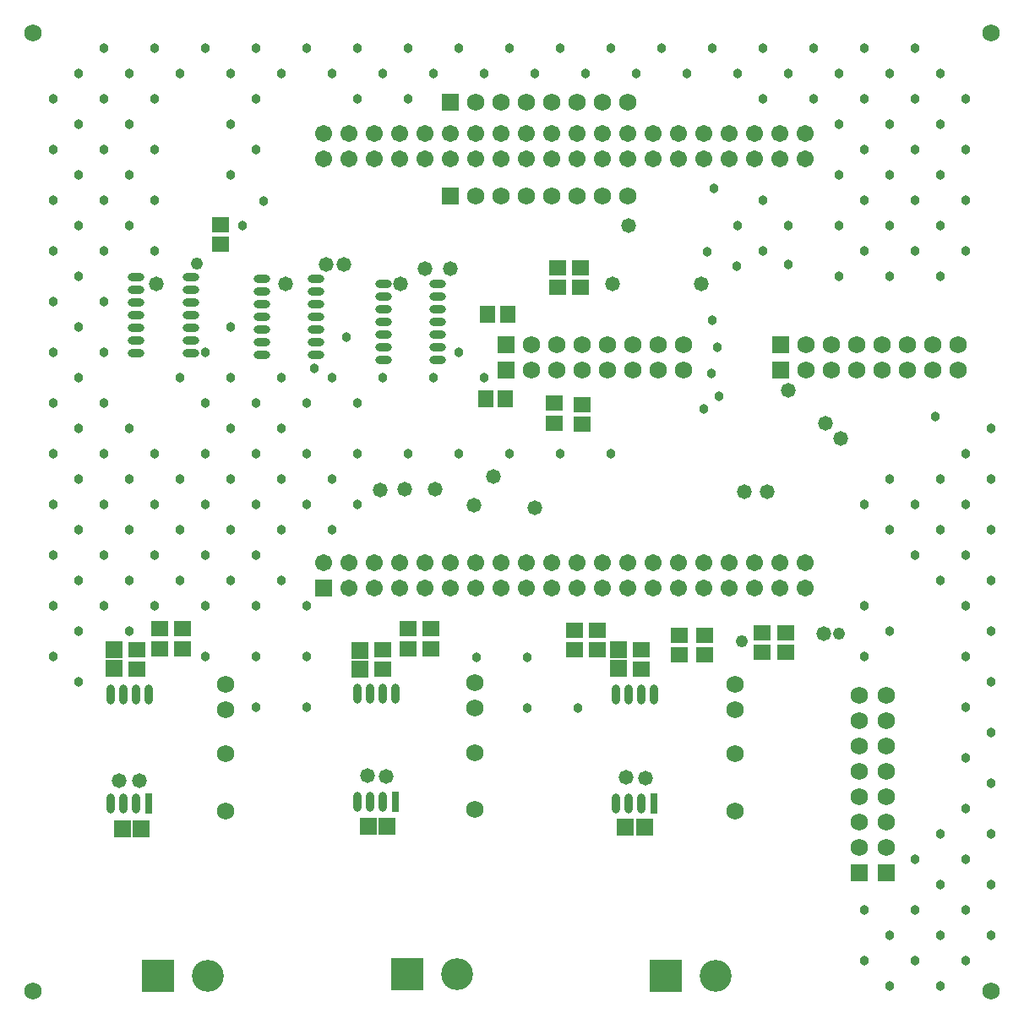
<source format=gbr>
G04 Layer_Color=16711935*
%FSLAX26Y26*%
%MOIN*%
%TF.FileFunction,Soldermask,Bot*%
%TF.Part,Single*%
G01*
G75*
%TA.AperFunction,SMDPad,CuDef*%
%ADD38R,0.067055X0.063118*%
%ADD39R,0.063118X0.067055*%
%ADD40R,0.070992X0.067055*%
%ADD41R,0.067055X0.070992*%
%TA.AperFunction,ComponentPad*%
%ADD42C,0.068000*%
%ADD43R,0.068000X0.068000*%
%ADD44R,0.068000X0.068000*%
%ADD45R,0.067055X0.067055*%
%ADD46C,0.067055*%
%ADD47C,0.126110*%
%ADD48R,0.126110X0.126110*%
%TA.AperFunction,WasherPad*%
%ADD49C,0.068000*%
%TA.AperFunction,ViaPad*%
%ADD50C,0.058000*%
%ADD51C,0.048000*%
%ADD52C,0.038000*%
%TA.AperFunction,SMDPad,CuDef*%
%ADD53R,0.031622X0.078866*%
%ADD54O,0.031622X0.078866*%
%ADD55O,0.065087X0.031622*%
D38*
X2165000Y2235630D02*
D03*
Y2314370D02*
D03*
X2160000Y2854370D02*
D03*
Y2775630D02*
D03*
X2055000Y2240630D02*
D03*
Y2319370D02*
D03*
X2070000Y2854370D02*
D03*
Y2775630D02*
D03*
X2135000Y1424370D02*
D03*
Y1345630D02*
D03*
X2225000Y1345630D02*
D03*
Y1424370D02*
D03*
X590000Y1429370D02*
D03*
Y1350630D02*
D03*
X500000Y1350630D02*
D03*
Y1429370D02*
D03*
X1570000Y1429370D02*
D03*
Y1350630D02*
D03*
X1480000Y1350630D02*
D03*
Y1429370D02*
D03*
X1380000Y1347958D02*
D03*
Y1269218D02*
D03*
X410000Y1347958D02*
D03*
Y1269218D02*
D03*
X2400000Y1347958D02*
D03*
Y1269218D02*
D03*
X2650000Y1325630D02*
D03*
Y1404370D02*
D03*
X2550000Y1404370D02*
D03*
Y1325630D02*
D03*
X2970000Y1335630D02*
D03*
Y1414370D02*
D03*
X2875000Y1414370D02*
D03*
Y1335630D02*
D03*
X740000Y3024370D02*
D03*
Y2945630D02*
D03*
D39*
X1785630Y2335000D02*
D03*
X1864370D02*
D03*
X1794563Y2670000D02*
D03*
X1873303D02*
D03*
D40*
X1290000Y1344577D02*
D03*
Y1269774D02*
D03*
X320000Y1347402D02*
D03*
Y1272599D02*
D03*
X2310000Y1347402D02*
D03*
Y1272599D02*
D03*
D41*
X1396772Y650000D02*
D03*
X1321968D02*
D03*
X427402Y640000D02*
D03*
X352599D02*
D03*
X2412402Y645000D02*
D03*
X2337599D02*
D03*
D42*
X3260000Y665000D02*
D03*
Y565000D02*
D03*
Y1165000D02*
D03*
Y1065000D02*
D03*
Y965000D02*
D03*
Y865000D02*
D03*
Y765000D02*
D03*
X3365000Y665000D02*
D03*
Y565000D02*
D03*
Y1165000D02*
D03*
Y1065000D02*
D03*
Y965000D02*
D03*
Y865000D02*
D03*
Y765000D02*
D03*
X3250001Y2550000D02*
D03*
X3350001D02*
D03*
X3450001D02*
D03*
X3550001D02*
D03*
X3650001D02*
D03*
X3050001D02*
D03*
X3150001D02*
D03*
X3250001Y2450000D02*
D03*
X3350001D02*
D03*
X3450001D02*
D03*
X3550001D02*
D03*
X3650001D02*
D03*
X3050001D02*
D03*
X3150001D02*
D03*
X2165001Y2550000D02*
D03*
X2265001D02*
D03*
X2365001D02*
D03*
X2465001D02*
D03*
X2565001D02*
D03*
X1965001D02*
D03*
X2065001D02*
D03*
X2165001Y2450000D02*
D03*
X2265001D02*
D03*
X2365001D02*
D03*
X2465001D02*
D03*
X2565001D02*
D03*
X1965001D02*
D03*
X2065001D02*
D03*
X1744370Y715591D02*
D03*
Y940000D02*
D03*
Y1115591D02*
D03*
Y1215591D02*
D03*
X760000Y710591D02*
D03*
Y935000D02*
D03*
Y1110591D02*
D03*
Y1210591D02*
D03*
X2770000Y710591D02*
D03*
Y935000D02*
D03*
Y1110591D02*
D03*
Y1210591D02*
D03*
X1845000Y3135000D02*
D03*
X1745000D02*
D03*
X2345000D02*
D03*
X2245000D02*
D03*
X2145000D02*
D03*
X2045000D02*
D03*
X1945000D02*
D03*
X1845000Y3505000D02*
D03*
X1745000D02*
D03*
X2345000D02*
D03*
X2245000D02*
D03*
X2145000D02*
D03*
X2045000D02*
D03*
X1945000D02*
D03*
D43*
X3260000Y465000D02*
D03*
X3365000D02*
D03*
D44*
X2950001Y2550000D02*
D03*
Y2450000D02*
D03*
X1865001Y2550000D02*
D03*
Y2450000D02*
D03*
X1645000Y3135000D02*
D03*
Y3505000D02*
D03*
D45*
X1145000Y1590000D02*
D03*
D46*
X1245000D02*
D03*
X1345000D02*
D03*
X1445000D02*
D03*
X1545000D02*
D03*
X1645000D02*
D03*
X1745000D02*
D03*
X1845000D02*
D03*
X1945000D02*
D03*
X2045000D02*
D03*
X2145000D02*
D03*
X2245000D02*
D03*
X2345000D02*
D03*
X2445000D02*
D03*
X2545000D02*
D03*
X2645000D02*
D03*
X2745000D02*
D03*
X2845000D02*
D03*
X2945000D02*
D03*
X3045000D02*
D03*
X1145000Y1690000D02*
D03*
X1245000D02*
D03*
X1345000D02*
D03*
X1445000D02*
D03*
X1545000D02*
D03*
X1645000D02*
D03*
X1745000D02*
D03*
X1845000D02*
D03*
X1945000D02*
D03*
X2045000D02*
D03*
X2145000D02*
D03*
X2245000D02*
D03*
X2345000D02*
D03*
X2445000D02*
D03*
X2545000D02*
D03*
X2645000D02*
D03*
X2745000D02*
D03*
X2845000D02*
D03*
X2945000D02*
D03*
X3045000D02*
D03*
X1145000Y3282913D02*
D03*
X3045000Y3382913D02*
D03*
X2945000D02*
D03*
X2845000D02*
D03*
X2745000D02*
D03*
X2645000D02*
D03*
X2545000D02*
D03*
X2445000D02*
D03*
X2345000D02*
D03*
X2245000D02*
D03*
X2145000D02*
D03*
X2045000D02*
D03*
X1945000D02*
D03*
X1845000D02*
D03*
X1745000D02*
D03*
X1645000D02*
D03*
X1545000D02*
D03*
X1445000D02*
D03*
X1345000D02*
D03*
X1245000D02*
D03*
X1145000D02*
D03*
X3045000Y3282913D02*
D03*
X2945000D02*
D03*
X2845000D02*
D03*
X2745000D02*
D03*
X2645000D02*
D03*
X2545000D02*
D03*
X2445000D02*
D03*
X2345000D02*
D03*
X2245000D02*
D03*
X2145000D02*
D03*
X2045000D02*
D03*
X1945000D02*
D03*
X1845000D02*
D03*
X1745000D02*
D03*
X1645000D02*
D03*
X1545000D02*
D03*
X1445000D02*
D03*
X1345000D02*
D03*
X1245000D02*
D03*
D47*
X2693425Y60000D02*
D03*
X1672795Y65000D02*
D03*
X688425Y60000D02*
D03*
D48*
X2496575D02*
D03*
X1475945Y65000D02*
D03*
X491575Y60000D02*
D03*
D49*
X3779527Y3779528D02*
D03*
Y-0D02*
D03*
X1Y3779528D02*
D03*
Y-0D02*
D03*
D50*
X2635000Y2790000D02*
D03*
X2285000D02*
D03*
X485000D02*
D03*
X1450000D02*
D03*
X995000D02*
D03*
X1645000Y2850000D02*
D03*
X1155000Y2865000D02*
D03*
X2895000Y1970000D02*
D03*
X2805000D02*
D03*
X1740000Y1915000D02*
D03*
X1465000Y1980000D02*
D03*
X1370000Y1975000D02*
D03*
X1585000Y1980000D02*
D03*
X340000Y830000D02*
D03*
X420000D02*
D03*
X1320437Y848933D02*
D03*
X1394370Y845000D02*
D03*
X2415000Y840000D02*
D03*
X2341067Y843933D02*
D03*
X3120000Y1410000D02*
D03*
X3185000Y2180000D02*
D03*
X3125000Y2240000D02*
D03*
X2980000Y2370000D02*
D03*
X1545000Y2850000D02*
D03*
X1225000Y2865000D02*
D03*
X2350000Y3020000D02*
D03*
X1815000Y2030000D02*
D03*
X1980000Y1905000D02*
D03*
D51*
X645000Y2870000D02*
D03*
X2795000Y1380000D02*
D03*
X3180000Y1410000D02*
D03*
D52*
X1110000Y2455000D02*
D03*
X480000Y3720000D02*
D03*
X380000Y3620000D02*
D03*
X280000Y3720000D02*
D03*
X180000Y3620000D02*
D03*
X580000D02*
D03*
X680000Y3720000D02*
D03*
X780000Y3620000D02*
D03*
X880000Y3720000D02*
D03*
X980000Y3620000D02*
D03*
X1080000Y3720000D02*
D03*
X1180000Y3620000D02*
D03*
X1280000Y3720000D02*
D03*
X1380000Y3620000D02*
D03*
X1480000Y3720000D02*
D03*
X1580000Y3620000D02*
D03*
X1680000Y3720000D02*
D03*
X1780000Y3620000D02*
D03*
X1880000Y3720000D02*
D03*
X1980000Y3620000D02*
D03*
X2080000Y3720000D02*
D03*
X2180000Y3620000D02*
D03*
X2280000Y3720000D02*
D03*
X2380000Y3620000D02*
D03*
X2480000Y3720000D02*
D03*
X2580000Y3620000D02*
D03*
X2680000Y3720000D02*
D03*
X2780000Y3620000D02*
D03*
X2880000Y3720000D02*
D03*
X2980000Y3620000D02*
D03*
X3080000Y3720000D02*
D03*
X3180000Y3620000D02*
D03*
X3280000Y3720000D02*
D03*
X3380000Y3620000D02*
D03*
X3480000Y3720000D02*
D03*
X480000Y3520000D02*
D03*
X80000D02*
D03*
X280000D02*
D03*
X380000Y3420000D02*
D03*
X180000D02*
D03*
Y3220000D02*
D03*
X380000D02*
D03*
X280000Y3320000D02*
D03*
X80000D02*
D03*
X480000D02*
D03*
X180000Y3020000D02*
D03*
X380000D02*
D03*
X280000Y3120000D02*
D03*
X80000D02*
D03*
X480000D02*
D03*
X180000Y2820000D02*
D03*
X280000Y2920000D02*
D03*
X80000D02*
D03*
X480000D02*
D03*
X180000Y2620000D02*
D03*
X280000Y2720000D02*
D03*
X80000D02*
D03*
X180000Y2420000D02*
D03*
X280000Y2520000D02*
D03*
X80000D02*
D03*
X180000Y2220000D02*
D03*
X380000D02*
D03*
X280000Y2320000D02*
D03*
X80000D02*
D03*
X180000Y2020000D02*
D03*
X380000D02*
D03*
X280000Y2120000D02*
D03*
X80000D02*
D03*
X480000D02*
D03*
X180000Y1820000D02*
D03*
X380000D02*
D03*
X280000Y1920000D02*
D03*
X80000D02*
D03*
X480000D02*
D03*
X180000Y1620000D02*
D03*
X380000D02*
D03*
X280000Y1720000D02*
D03*
X80000D02*
D03*
X480000D02*
D03*
X180000Y1420000D02*
D03*
X380000D02*
D03*
X280000Y1520000D02*
D03*
X80000D02*
D03*
X480000D02*
D03*
X180000Y1220000D02*
D03*
X80000Y1320000D02*
D03*
X780000Y2020000D02*
D03*
Y2220000D02*
D03*
X680000Y2120000D02*
D03*
X580000Y2420000D02*
D03*
X680000Y2320000D02*
D03*
X1180000Y2020000D02*
D03*
X980000Y2220000D02*
D03*
X1080000Y2120000D02*
D03*
X980000Y2420000D02*
D03*
X1080000Y2320000D02*
D03*
X880000D02*
D03*
X1480000Y2120000D02*
D03*
X1280000D02*
D03*
Y2320000D02*
D03*
X880000Y1520000D02*
D03*
Y1720000D02*
D03*
X680000D02*
D03*
X780000Y1620000D02*
D03*
X680000Y1920000D02*
D03*
X780000Y1820000D02*
D03*
X580000D02*
D03*
Y2020000D02*
D03*
X880000Y1920000D02*
D03*
Y2120000D02*
D03*
X980000Y2020000D02*
D03*
Y1820000D02*
D03*
X1080000Y1920000D02*
D03*
X1180000Y1820000D02*
D03*
X980000Y1620000D02*
D03*
X580000D02*
D03*
X680000Y1520000D02*
D03*
X880000Y1320000D02*
D03*
X1080000Y1120000D02*
D03*
X880000D02*
D03*
X680000Y1320000D02*
D03*
X1080000D02*
D03*
Y1520000D02*
D03*
X1280000Y1920000D02*
D03*
X780000Y2420000D02*
D03*
X680000Y2520000D02*
D03*
X780000Y2620000D02*
D03*
X1180000Y2420000D02*
D03*
X1680000Y2120000D02*
D03*
X1880000D02*
D03*
X2080000D02*
D03*
X2280000D02*
D03*
X1235000Y2580000D02*
D03*
X1380000Y2420000D02*
D03*
X1580000D02*
D03*
X1780000D02*
D03*
X1680000Y2520000D02*
D03*
X880000Y3320000D02*
D03*
X780000Y3220000D02*
D03*
Y3420000D02*
D03*
X880000Y3520000D02*
D03*
X910000Y3115000D02*
D03*
X825000Y3020000D02*
D03*
X3580000Y3220000D02*
D03*
X3180000D02*
D03*
X3380000D02*
D03*
X3580000Y3420000D02*
D03*
X3180000D02*
D03*
X3380000D02*
D03*
X3480000Y3320000D02*
D03*
X3280000D02*
D03*
X3580000Y2820000D02*
D03*
X3180000D02*
D03*
X3380000D02*
D03*
X3580000Y3020000D02*
D03*
X3180000D02*
D03*
X3380000D02*
D03*
X3480000Y2920000D02*
D03*
X3280000D02*
D03*
Y3520000D02*
D03*
X3480000D02*
D03*
X3280000Y3120000D02*
D03*
X3480000D02*
D03*
X3680000Y3320000D02*
D03*
Y3120000D02*
D03*
X3580000Y3620000D02*
D03*
X3680000Y3520000D02*
D03*
X3080000D02*
D03*
X2880000D02*
D03*
Y3120000D02*
D03*
X2980000Y3020000D02*
D03*
X2780000D02*
D03*
X2880000Y2920000D02*
D03*
X2980000Y2865000D02*
D03*
X2775000Y2860000D02*
D03*
X2660000Y2915000D02*
D03*
X2680000Y2645000D02*
D03*
X2700000Y2540000D02*
D03*
X2675000Y2435000D02*
D03*
X2705000Y2345000D02*
D03*
X2645000Y2295000D02*
D03*
X3680000Y2920000D02*
D03*
Y2120000D02*
D03*
X3380000Y2020000D02*
D03*
X3580000D02*
D03*
X3560000Y2265000D02*
D03*
X3480000Y1920000D02*
D03*
X3280000D02*
D03*
X3380000Y1820000D02*
D03*
X3580000D02*
D03*
X3680000Y1920000D02*
D03*
X3780000Y1820000D02*
D03*
X3680000Y1720000D02*
D03*
X3480000D02*
D03*
X3780000Y1620000D02*
D03*
X3580000D02*
D03*
X3680000Y1520000D02*
D03*
X3780000Y1420000D02*
D03*
Y2020000D02*
D03*
Y2220000D02*
D03*
Y1220000D02*
D03*
Y1020000D02*
D03*
X3680000Y1320000D02*
D03*
Y1120000D02*
D03*
Y920000D02*
D03*
Y720000D02*
D03*
X3780000Y820000D02*
D03*
Y620000D02*
D03*
X3680000Y520000D02*
D03*
Y320000D02*
D03*
X3780000Y420000D02*
D03*
Y220000D02*
D03*
X3480000Y320000D02*
D03*
X3580000Y420000D02*
D03*
X3480000Y520000D02*
D03*
X3580000Y620000D02*
D03*
X3280000Y120000D02*
D03*
X3380000Y220000D02*
D03*
X3280000Y320000D02*
D03*
X3580000Y20000D02*
D03*
X3480000Y120000D02*
D03*
X3380000Y20000D02*
D03*
X3680000Y120000D02*
D03*
X3580000Y220000D02*
D03*
X2150000Y1115000D02*
D03*
X1950000D02*
D03*
Y1315000D02*
D03*
X1750000D02*
D03*
X3280000Y1520000D02*
D03*
Y1320000D02*
D03*
X3380000Y1420000D02*
D03*
X1480000Y3520000D02*
D03*
X1280000D02*
D03*
X2685000Y3165000D02*
D03*
D53*
X1429370Y745000D02*
D03*
X455000Y740000D02*
D03*
X2450000D02*
D03*
D54*
X1379370Y745000D02*
D03*
X1329370D02*
D03*
X1279370D02*
D03*
X1429370Y1174134D02*
D03*
X1379370D02*
D03*
X1329370D02*
D03*
X1279370D02*
D03*
X405000Y740000D02*
D03*
X355000D02*
D03*
X305000D02*
D03*
X455000Y1169134D02*
D03*
X405000D02*
D03*
X355000D02*
D03*
X305000D02*
D03*
X2400000Y740000D02*
D03*
X2350000D02*
D03*
X2300000D02*
D03*
X2450000Y1169134D02*
D03*
X2400000D02*
D03*
X2350000D02*
D03*
X2300000D02*
D03*
D55*
X622000Y2815000D02*
D03*
Y2765000D02*
D03*
Y2715000D02*
D03*
Y2665000D02*
D03*
Y2615000D02*
D03*
Y2565000D02*
D03*
Y2515000D02*
D03*
X407433Y2815000D02*
D03*
Y2765000D02*
D03*
Y2715000D02*
D03*
Y2665000D02*
D03*
Y2615000D02*
D03*
Y2565000D02*
D03*
Y2515000D02*
D03*
X1117000Y2811000D02*
D03*
Y2761000D02*
D03*
Y2711000D02*
D03*
Y2661000D02*
D03*
Y2611000D02*
D03*
Y2561000D02*
D03*
Y2511000D02*
D03*
X902433Y2811000D02*
D03*
Y2761000D02*
D03*
Y2711000D02*
D03*
Y2661000D02*
D03*
Y2611000D02*
D03*
Y2561000D02*
D03*
Y2511000D02*
D03*
X1597000Y2790000D02*
D03*
Y2740000D02*
D03*
Y2690000D02*
D03*
Y2640000D02*
D03*
Y2590000D02*
D03*
Y2540000D02*
D03*
Y2490000D02*
D03*
X1382433Y2790000D02*
D03*
Y2740000D02*
D03*
Y2690000D02*
D03*
Y2640000D02*
D03*
Y2590000D02*
D03*
Y2540000D02*
D03*
Y2490000D02*
D03*
%TF.MD5,10479909d5426f1d2b75b0acf0314a95*%
M02*

</source>
